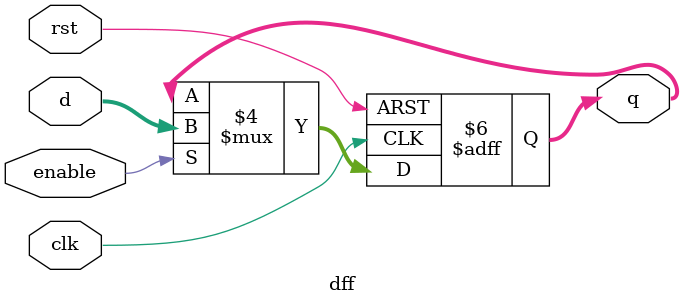
<source format=sv>


module dff #(parameter PARAM_WIDTH = 8) (
    input logic clk,
    input logic rst,
    input logic enable,
    input logic [PARAM_WIDTH-1:0] d,
    output logic [PARAM_WIDTH-1:0] q
    );
    
    always_ff @(posedge clk, posedge rst)
    begin
        if (rst == 1) begin
            q <= 0;
        end else begin
            if (enable == 1) begin
                q <= d;
            end
        end
    end
    
endmodule

</source>
